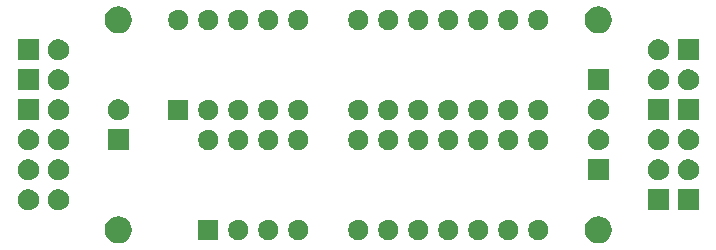
<source format=gbr>
G04 #@! TF.GenerationSoftware,KiCad,Pcbnew,5.1.5-52549c5~84~ubuntu18.04.1*
G04 #@! TF.CreationDate,2020-02-01T12:36:08+09:00*
G04 #@! TF.ProjectId,builtin,6275696c-7469-46e2-9e6b-696361645f70,rev?*
G04 #@! TF.SameCoordinates,Original*
G04 #@! TF.FileFunction,Soldermask,Bot*
G04 #@! TF.FilePolarity,Negative*
%FSLAX46Y46*%
G04 Gerber Fmt 4.6, Leading zero omitted, Abs format (unit mm)*
G04 Created by KiCad (PCBNEW 5.1.5-52549c5~84~ubuntu18.04.1) date 2020-02-01 12:36:08*
%MOMM*%
%LPD*%
G04 APERTURE LIST*
%ADD10C,0.100000*%
G04 APERTURE END LIST*
D10*
G36*
X52294549Y-19191116D02*
G01*
X52405734Y-19213232D01*
X52615203Y-19299997D01*
X52803720Y-19425960D01*
X52964040Y-19586280D01*
X53090003Y-19774797D01*
X53090004Y-19774799D01*
X53176768Y-19984267D01*
X53221000Y-20206635D01*
X53221000Y-20433365D01*
X53176768Y-20655733D01*
X53091131Y-20862481D01*
X53090003Y-20865203D01*
X52964040Y-21053720D01*
X52803720Y-21214040D01*
X52615203Y-21340003D01*
X52405734Y-21426768D01*
X52294549Y-21448884D01*
X52183365Y-21471000D01*
X51956635Y-21471000D01*
X51845451Y-21448884D01*
X51734266Y-21426768D01*
X51524797Y-21340003D01*
X51336280Y-21214040D01*
X51175960Y-21053720D01*
X51049997Y-20865203D01*
X51048870Y-20862481D01*
X50963232Y-20655733D01*
X50919000Y-20433365D01*
X50919000Y-20206635D01*
X50963232Y-19984267D01*
X51049996Y-19774799D01*
X51049997Y-19774797D01*
X51175960Y-19586280D01*
X51336280Y-19425960D01*
X51524797Y-19299997D01*
X51734266Y-19213232D01*
X51845451Y-19191116D01*
X51956635Y-19169000D01*
X52183365Y-19169000D01*
X52294549Y-19191116D01*
G37*
G36*
X11654549Y-19191116D02*
G01*
X11765734Y-19213232D01*
X11975203Y-19299997D01*
X12163720Y-19425960D01*
X12324040Y-19586280D01*
X12450003Y-19774797D01*
X12450004Y-19774799D01*
X12536768Y-19984267D01*
X12581000Y-20206635D01*
X12581000Y-20433365D01*
X12536768Y-20655733D01*
X12451131Y-20862481D01*
X12450003Y-20865203D01*
X12324040Y-21053720D01*
X12163720Y-21214040D01*
X11975203Y-21340003D01*
X11765734Y-21426768D01*
X11654549Y-21448884D01*
X11543365Y-21471000D01*
X11316635Y-21471000D01*
X11205451Y-21448884D01*
X11094266Y-21426768D01*
X10884797Y-21340003D01*
X10696280Y-21214040D01*
X10535960Y-21053720D01*
X10409997Y-20865203D01*
X10408870Y-20862481D01*
X10323232Y-20655733D01*
X10279000Y-20433365D01*
X10279000Y-20206635D01*
X10323232Y-19984267D01*
X10409996Y-19774799D01*
X10409997Y-19774797D01*
X10535960Y-19586280D01*
X10696280Y-19425960D01*
X10884797Y-19299997D01*
X11094266Y-19213232D01*
X11205451Y-19191116D01*
X11316635Y-19169000D01*
X11543365Y-19169000D01*
X11654549Y-19191116D01*
G37*
G36*
X39618228Y-19501703D02*
G01*
X39773100Y-19565853D01*
X39912481Y-19658985D01*
X40031015Y-19777519D01*
X40124147Y-19916900D01*
X40188297Y-20071772D01*
X40221000Y-20236184D01*
X40221000Y-20403816D01*
X40188297Y-20568228D01*
X40124147Y-20723100D01*
X40031015Y-20862481D01*
X39912481Y-20981015D01*
X39773100Y-21074147D01*
X39618228Y-21138297D01*
X39453816Y-21171000D01*
X39286184Y-21171000D01*
X39121772Y-21138297D01*
X38966900Y-21074147D01*
X38827519Y-20981015D01*
X38708985Y-20862481D01*
X38615853Y-20723100D01*
X38551703Y-20568228D01*
X38519000Y-20403816D01*
X38519000Y-20236184D01*
X38551703Y-20071772D01*
X38615853Y-19916900D01*
X38708985Y-19777519D01*
X38827519Y-19658985D01*
X38966900Y-19565853D01*
X39121772Y-19501703D01*
X39286184Y-19469000D01*
X39453816Y-19469000D01*
X39618228Y-19501703D01*
G37*
G36*
X47238228Y-19501703D02*
G01*
X47393100Y-19565853D01*
X47532481Y-19658985D01*
X47651015Y-19777519D01*
X47744147Y-19916900D01*
X47808297Y-20071772D01*
X47841000Y-20236184D01*
X47841000Y-20403816D01*
X47808297Y-20568228D01*
X47744147Y-20723100D01*
X47651015Y-20862481D01*
X47532481Y-20981015D01*
X47393100Y-21074147D01*
X47238228Y-21138297D01*
X47073816Y-21171000D01*
X46906184Y-21171000D01*
X46741772Y-21138297D01*
X46586900Y-21074147D01*
X46447519Y-20981015D01*
X46328985Y-20862481D01*
X46235853Y-20723100D01*
X46171703Y-20568228D01*
X46139000Y-20403816D01*
X46139000Y-20236184D01*
X46171703Y-20071772D01*
X46235853Y-19916900D01*
X46328985Y-19777519D01*
X46447519Y-19658985D01*
X46586900Y-19565853D01*
X46741772Y-19501703D01*
X46906184Y-19469000D01*
X47073816Y-19469000D01*
X47238228Y-19501703D01*
G37*
G36*
X31998228Y-19501703D02*
G01*
X32153100Y-19565853D01*
X32292481Y-19658985D01*
X32411015Y-19777519D01*
X32504147Y-19916900D01*
X32568297Y-20071772D01*
X32601000Y-20236184D01*
X32601000Y-20403816D01*
X32568297Y-20568228D01*
X32504147Y-20723100D01*
X32411015Y-20862481D01*
X32292481Y-20981015D01*
X32153100Y-21074147D01*
X31998228Y-21138297D01*
X31833816Y-21171000D01*
X31666184Y-21171000D01*
X31501772Y-21138297D01*
X31346900Y-21074147D01*
X31207519Y-20981015D01*
X31088985Y-20862481D01*
X30995853Y-20723100D01*
X30931703Y-20568228D01*
X30899000Y-20403816D01*
X30899000Y-20236184D01*
X30931703Y-20071772D01*
X30995853Y-19916900D01*
X31088985Y-19777519D01*
X31207519Y-19658985D01*
X31346900Y-19565853D01*
X31501772Y-19501703D01*
X31666184Y-19469000D01*
X31833816Y-19469000D01*
X31998228Y-19501703D01*
G37*
G36*
X34538228Y-19501703D02*
G01*
X34693100Y-19565853D01*
X34832481Y-19658985D01*
X34951015Y-19777519D01*
X35044147Y-19916900D01*
X35108297Y-20071772D01*
X35141000Y-20236184D01*
X35141000Y-20403816D01*
X35108297Y-20568228D01*
X35044147Y-20723100D01*
X34951015Y-20862481D01*
X34832481Y-20981015D01*
X34693100Y-21074147D01*
X34538228Y-21138297D01*
X34373816Y-21171000D01*
X34206184Y-21171000D01*
X34041772Y-21138297D01*
X33886900Y-21074147D01*
X33747519Y-20981015D01*
X33628985Y-20862481D01*
X33535853Y-20723100D01*
X33471703Y-20568228D01*
X33439000Y-20403816D01*
X33439000Y-20236184D01*
X33471703Y-20071772D01*
X33535853Y-19916900D01*
X33628985Y-19777519D01*
X33747519Y-19658985D01*
X33886900Y-19565853D01*
X34041772Y-19501703D01*
X34206184Y-19469000D01*
X34373816Y-19469000D01*
X34538228Y-19501703D01*
G37*
G36*
X44698228Y-19501703D02*
G01*
X44853100Y-19565853D01*
X44992481Y-19658985D01*
X45111015Y-19777519D01*
X45204147Y-19916900D01*
X45268297Y-20071772D01*
X45301000Y-20236184D01*
X45301000Y-20403816D01*
X45268297Y-20568228D01*
X45204147Y-20723100D01*
X45111015Y-20862481D01*
X44992481Y-20981015D01*
X44853100Y-21074147D01*
X44698228Y-21138297D01*
X44533816Y-21171000D01*
X44366184Y-21171000D01*
X44201772Y-21138297D01*
X44046900Y-21074147D01*
X43907519Y-20981015D01*
X43788985Y-20862481D01*
X43695853Y-20723100D01*
X43631703Y-20568228D01*
X43599000Y-20403816D01*
X43599000Y-20236184D01*
X43631703Y-20071772D01*
X43695853Y-19916900D01*
X43788985Y-19777519D01*
X43907519Y-19658985D01*
X44046900Y-19565853D01*
X44201772Y-19501703D01*
X44366184Y-19469000D01*
X44533816Y-19469000D01*
X44698228Y-19501703D01*
G37*
G36*
X37078228Y-19501703D02*
G01*
X37233100Y-19565853D01*
X37372481Y-19658985D01*
X37491015Y-19777519D01*
X37584147Y-19916900D01*
X37648297Y-20071772D01*
X37681000Y-20236184D01*
X37681000Y-20403816D01*
X37648297Y-20568228D01*
X37584147Y-20723100D01*
X37491015Y-20862481D01*
X37372481Y-20981015D01*
X37233100Y-21074147D01*
X37078228Y-21138297D01*
X36913816Y-21171000D01*
X36746184Y-21171000D01*
X36581772Y-21138297D01*
X36426900Y-21074147D01*
X36287519Y-20981015D01*
X36168985Y-20862481D01*
X36075853Y-20723100D01*
X36011703Y-20568228D01*
X35979000Y-20403816D01*
X35979000Y-20236184D01*
X36011703Y-20071772D01*
X36075853Y-19916900D01*
X36168985Y-19777519D01*
X36287519Y-19658985D01*
X36426900Y-19565853D01*
X36581772Y-19501703D01*
X36746184Y-19469000D01*
X36913816Y-19469000D01*
X37078228Y-19501703D01*
G37*
G36*
X42158228Y-19501703D02*
G01*
X42313100Y-19565853D01*
X42452481Y-19658985D01*
X42571015Y-19777519D01*
X42664147Y-19916900D01*
X42728297Y-20071772D01*
X42761000Y-20236184D01*
X42761000Y-20403816D01*
X42728297Y-20568228D01*
X42664147Y-20723100D01*
X42571015Y-20862481D01*
X42452481Y-20981015D01*
X42313100Y-21074147D01*
X42158228Y-21138297D01*
X41993816Y-21171000D01*
X41826184Y-21171000D01*
X41661772Y-21138297D01*
X41506900Y-21074147D01*
X41367519Y-20981015D01*
X41248985Y-20862481D01*
X41155853Y-20723100D01*
X41091703Y-20568228D01*
X41059000Y-20403816D01*
X41059000Y-20236184D01*
X41091703Y-20071772D01*
X41155853Y-19916900D01*
X41248985Y-19777519D01*
X41367519Y-19658985D01*
X41506900Y-19565853D01*
X41661772Y-19501703D01*
X41826184Y-19469000D01*
X41993816Y-19469000D01*
X42158228Y-19501703D01*
G37*
G36*
X19901000Y-21171000D02*
G01*
X18199000Y-21171000D01*
X18199000Y-19469000D01*
X19901000Y-19469000D01*
X19901000Y-21171000D01*
G37*
G36*
X21838228Y-19501703D02*
G01*
X21993100Y-19565853D01*
X22132481Y-19658985D01*
X22251015Y-19777519D01*
X22344147Y-19916900D01*
X22408297Y-20071772D01*
X22441000Y-20236184D01*
X22441000Y-20403816D01*
X22408297Y-20568228D01*
X22344147Y-20723100D01*
X22251015Y-20862481D01*
X22132481Y-20981015D01*
X21993100Y-21074147D01*
X21838228Y-21138297D01*
X21673816Y-21171000D01*
X21506184Y-21171000D01*
X21341772Y-21138297D01*
X21186900Y-21074147D01*
X21047519Y-20981015D01*
X20928985Y-20862481D01*
X20835853Y-20723100D01*
X20771703Y-20568228D01*
X20739000Y-20403816D01*
X20739000Y-20236184D01*
X20771703Y-20071772D01*
X20835853Y-19916900D01*
X20928985Y-19777519D01*
X21047519Y-19658985D01*
X21186900Y-19565853D01*
X21341772Y-19501703D01*
X21506184Y-19469000D01*
X21673816Y-19469000D01*
X21838228Y-19501703D01*
G37*
G36*
X24378228Y-19501703D02*
G01*
X24533100Y-19565853D01*
X24672481Y-19658985D01*
X24791015Y-19777519D01*
X24884147Y-19916900D01*
X24948297Y-20071772D01*
X24981000Y-20236184D01*
X24981000Y-20403816D01*
X24948297Y-20568228D01*
X24884147Y-20723100D01*
X24791015Y-20862481D01*
X24672481Y-20981015D01*
X24533100Y-21074147D01*
X24378228Y-21138297D01*
X24213816Y-21171000D01*
X24046184Y-21171000D01*
X23881772Y-21138297D01*
X23726900Y-21074147D01*
X23587519Y-20981015D01*
X23468985Y-20862481D01*
X23375853Y-20723100D01*
X23311703Y-20568228D01*
X23279000Y-20403816D01*
X23279000Y-20236184D01*
X23311703Y-20071772D01*
X23375853Y-19916900D01*
X23468985Y-19777519D01*
X23587519Y-19658985D01*
X23726900Y-19565853D01*
X23881772Y-19501703D01*
X24046184Y-19469000D01*
X24213816Y-19469000D01*
X24378228Y-19501703D01*
G37*
G36*
X26918228Y-19501703D02*
G01*
X27073100Y-19565853D01*
X27212481Y-19658985D01*
X27331015Y-19777519D01*
X27424147Y-19916900D01*
X27488297Y-20071772D01*
X27521000Y-20236184D01*
X27521000Y-20403816D01*
X27488297Y-20568228D01*
X27424147Y-20723100D01*
X27331015Y-20862481D01*
X27212481Y-20981015D01*
X27073100Y-21074147D01*
X26918228Y-21138297D01*
X26753816Y-21171000D01*
X26586184Y-21171000D01*
X26421772Y-21138297D01*
X26266900Y-21074147D01*
X26127519Y-20981015D01*
X26008985Y-20862481D01*
X25915853Y-20723100D01*
X25851703Y-20568228D01*
X25819000Y-20403816D01*
X25819000Y-20236184D01*
X25851703Y-20071772D01*
X25915853Y-19916900D01*
X26008985Y-19777519D01*
X26127519Y-19658985D01*
X26266900Y-19565853D01*
X26421772Y-19501703D01*
X26586184Y-19469000D01*
X26753816Y-19469000D01*
X26918228Y-19501703D01*
G37*
G36*
X3923512Y-16883927D02*
G01*
X4072812Y-16913624D01*
X4236784Y-16981544D01*
X4384354Y-17080147D01*
X4509853Y-17205646D01*
X4608456Y-17353216D01*
X4676376Y-17517188D01*
X4711000Y-17691259D01*
X4711000Y-17868741D01*
X4676376Y-18042812D01*
X4608456Y-18206784D01*
X4509853Y-18354354D01*
X4384354Y-18479853D01*
X4236784Y-18578456D01*
X4072812Y-18646376D01*
X3923512Y-18676073D01*
X3898742Y-18681000D01*
X3721258Y-18681000D01*
X3696488Y-18676073D01*
X3547188Y-18646376D01*
X3383216Y-18578456D01*
X3235646Y-18479853D01*
X3110147Y-18354354D01*
X3011544Y-18206784D01*
X2943624Y-18042812D01*
X2909000Y-17868741D01*
X2909000Y-17691259D01*
X2943624Y-17517188D01*
X3011544Y-17353216D01*
X3110147Y-17205646D01*
X3235646Y-17080147D01*
X3383216Y-16981544D01*
X3547188Y-16913624D01*
X3696488Y-16883927D01*
X3721258Y-16879000D01*
X3898742Y-16879000D01*
X3923512Y-16883927D01*
G37*
G36*
X6463512Y-16883927D02*
G01*
X6612812Y-16913624D01*
X6776784Y-16981544D01*
X6924354Y-17080147D01*
X7049853Y-17205646D01*
X7148456Y-17353216D01*
X7216376Y-17517188D01*
X7251000Y-17691259D01*
X7251000Y-17868741D01*
X7216376Y-18042812D01*
X7148456Y-18206784D01*
X7049853Y-18354354D01*
X6924354Y-18479853D01*
X6776784Y-18578456D01*
X6612812Y-18646376D01*
X6463512Y-18676073D01*
X6438742Y-18681000D01*
X6261258Y-18681000D01*
X6236488Y-18676073D01*
X6087188Y-18646376D01*
X5923216Y-18578456D01*
X5775646Y-18479853D01*
X5650147Y-18354354D01*
X5551544Y-18206784D01*
X5483624Y-18042812D01*
X5449000Y-17868741D01*
X5449000Y-17691259D01*
X5483624Y-17517188D01*
X5551544Y-17353216D01*
X5650147Y-17205646D01*
X5775646Y-17080147D01*
X5923216Y-16981544D01*
X6087188Y-16913624D01*
X6236488Y-16883927D01*
X6261258Y-16879000D01*
X6438742Y-16879000D01*
X6463512Y-16883927D01*
G37*
G36*
X60591000Y-18681000D02*
G01*
X58789000Y-18681000D01*
X58789000Y-16879000D01*
X60591000Y-16879000D01*
X60591000Y-18681000D01*
G37*
G36*
X58051000Y-18681000D02*
G01*
X56249000Y-18681000D01*
X56249000Y-16879000D01*
X58051000Y-16879000D01*
X58051000Y-18681000D01*
G37*
G36*
X52971000Y-16141000D02*
G01*
X51169000Y-16141000D01*
X51169000Y-14339000D01*
X52971000Y-14339000D01*
X52971000Y-16141000D01*
G37*
G36*
X57263512Y-14343927D02*
G01*
X57412812Y-14373624D01*
X57576784Y-14441544D01*
X57724354Y-14540147D01*
X57849853Y-14665646D01*
X57948456Y-14813216D01*
X58016376Y-14977188D01*
X58051000Y-15151259D01*
X58051000Y-15328741D01*
X58016376Y-15502812D01*
X57948456Y-15666784D01*
X57849853Y-15814354D01*
X57724354Y-15939853D01*
X57576784Y-16038456D01*
X57412812Y-16106376D01*
X57263512Y-16136073D01*
X57238742Y-16141000D01*
X57061258Y-16141000D01*
X57036488Y-16136073D01*
X56887188Y-16106376D01*
X56723216Y-16038456D01*
X56575646Y-15939853D01*
X56450147Y-15814354D01*
X56351544Y-15666784D01*
X56283624Y-15502812D01*
X56249000Y-15328741D01*
X56249000Y-15151259D01*
X56283624Y-14977188D01*
X56351544Y-14813216D01*
X56450147Y-14665646D01*
X56575646Y-14540147D01*
X56723216Y-14441544D01*
X56887188Y-14373624D01*
X57036488Y-14343927D01*
X57061258Y-14339000D01*
X57238742Y-14339000D01*
X57263512Y-14343927D01*
G37*
G36*
X59803512Y-14343927D02*
G01*
X59952812Y-14373624D01*
X60116784Y-14441544D01*
X60264354Y-14540147D01*
X60389853Y-14665646D01*
X60488456Y-14813216D01*
X60556376Y-14977188D01*
X60591000Y-15151259D01*
X60591000Y-15328741D01*
X60556376Y-15502812D01*
X60488456Y-15666784D01*
X60389853Y-15814354D01*
X60264354Y-15939853D01*
X60116784Y-16038456D01*
X59952812Y-16106376D01*
X59803512Y-16136073D01*
X59778742Y-16141000D01*
X59601258Y-16141000D01*
X59576488Y-16136073D01*
X59427188Y-16106376D01*
X59263216Y-16038456D01*
X59115646Y-15939853D01*
X58990147Y-15814354D01*
X58891544Y-15666784D01*
X58823624Y-15502812D01*
X58789000Y-15328741D01*
X58789000Y-15151259D01*
X58823624Y-14977188D01*
X58891544Y-14813216D01*
X58990147Y-14665646D01*
X59115646Y-14540147D01*
X59263216Y-14441544D01*
X59427188Y-14373624D01*
X59576488Y-14343927D01*
X59601258Y-14339000D01*
X59778742Y-14339000D01*
X59803512Y-14343927D01*
G37*
G36*
X6463512Y-14343927D02*
G01*
X6612812Y-14373624D01*
X6776784Y-14441544D01*
X6924354Y-14540147D01*
X7049853Y-14665646D01*
X7148456Y-14813216D01*
X7216376Y-14977188D01*
X7251000Y-15151259D01*
X7251000Y-15328741D01*
X7216376Y-15502812D01*
X7148456Y-15666784D01*
X7049853Y-15814354D01*
X6924354Y-15939853D01*
X6776784Y-16038456D01*
X6612812Y-16106376D01*
X6463512Y-16136073D01*
X6438742Y-16141000D01*
X6261258Y-16141000D01*
X6236488Y-16136073D01*
X6087188Y-16106376D01*
X5923216Y-16038456D01*
X5775646Y-15939853D01*
X5650147Y-15814354D01*
X5551544Y-15666784D01*
X5483624Y-15502812D01*
X5449000Y-15328741D01*
X5449000Y-15151259D01*
X5483624Y-14977188D01*
X5551544Y-14813216D01*
X5650147Y-14665646D01*
X5775646Y-14540147D01*
X5923216Y-14441544D01*
X6087188Y-14373624D01*
X6236488Y-14343927D01*
X6261258Y-14339000D01*
X6438742Y-14339000D01*
X6463512Y-14343927D01*
G37*
G36*
X3923512Y-14343927D02*
G01*
X4072812Y-14373624D01*
X4236784Y-14441544D01*
X4384354Y-14540147D01*
X4509853Y-14665646D01*
X4608456Y-14813216D01*
X4676376Y-14977188D01*
X4711000Y-15151259D01*
X4711000Y-15328741D01*
X4676376Y-15502812D01*
X4608456Y-15666784D01*
X4509853Y-15814354D01*
X4384354Y-15939853D01*
X4236784Y-16038456D01*
X4072812Y-16106376D01*
X3923512Y-16136073D01*
X3898742Y-16141000D01*
X3721258Y-16141000D01*
X3696488Y-16136073D01*
X3547188Y-16106376D01*
X3383216Y-16038456D01*
X3235646Y-15939853D01*
X3110147Y-15814354D01*
X3011544Y-15666784D01*
X2943624Y-15502812D01*
X2909000Y-15328741D01*
X2909000Y-15151259D01*
X2943624Y-14977188D01*
X3011544Y-14813216D01*
X3110147Y-14665646D01*
X3235646Y-14540147D01*
X3383216Y-14441544D01*
X3547188Y-14373624D01*
X3696488Y-14343927D01*
X3721258Y-14339000D01*
X3898742Y-14339000D01*
X3923512Y-14343927D01*
G37*
G36*
X59803512Y-11803927D02*
G01*
X59952812Y-11833624D01*
X60116784Y-11901544D01*
X60264354Y-12000147D01*
X60389853Y-12125646D01*
X60488456Y-12273216D01*
X60556376Y-12437188D01*
X60591000Y-12611259D01*
X60591000Y-12788741D01*
X60556376Y-12962812D01*
X60488456Y-13126784D01*
X60389853Y-13274354D01*
X60264354Y-13399853D01*
X60116784Y-13498456D01*
X59952812Y-13566376D01*
X59803512Y-13596073D01*
X59778742Y-13601000D01*
X59601258Y-13601000D01*
X59576488Y-13596073D01*
X59427188Y-13566376D01*
X59263216Y-13498456D01*
X59115646Y-13399853D01*
X58990147Y-13274354D01*
X58891544Y-13126784D01*
X58823624Y-12962812D01*
X58789000Y-12788741D01*
X58789000Y-12611259D01*
X58823624Y-12437188D01*
X58891544Y-12273216D01*
X58990147Y-12125646D01*
X59115646Y-12000147D01*
X59263216Y-11901544D01*
X59427188Y-11833624D01*
X59576488Y-11803927D01*
X59601258Y-11799000D01*
X59778742Y-11799000D01*
X59803512Y-11803927D01*
G37*
G36*
X6463512Y-11803927D02*
G01*
X6612812Y-11833624D01*
X6776784Y-11901544D01*
X6924354Y-12000147D01*
X7049853Y-12125646D01*
X7148456Y-12273216D01*
X7216376Y-12437188D01*
X7251000Y-12611259D01*
X7251000Y-12788741D01*
X7216376Y-12962812D01*
X7148456Y-13126784D01*
X7049853Y-13274354D01*
X6924354Y-13399853D01*
X6776784Y-13498456D01*
X6612812Y-13566376D01*
X6463512Y-13596073D01*
X6438742Y-13601000D01*
X6261258Y-13601000D01*
X6236488Y-13596073D01*
X6087188Y-13566376D01*
X5923216Y-13498456D01*
X5775646Y-13399853D01*
X5650147Y-13274354D01*
X5551544Y-13126784D01*
X5483624Y-12962812D01*
X5449000Y-12788741D01*
X5449000Y-12611259D01*
X5483624Y-12437188D01*
X5551544Y-12273216D01*
X5650147Y-12125646D01*
X5775646Y-12000147D01*
X5923216Y-11901544D01*
X6087188Y-11833624D01*
X6236488Y-11803927D01*
X6261258Y-11799000D01*
X6438742Y-11799000D01*
X6463512Y-11803927D01*
G37*
G36*
X57263512Y-11803927D02*
G01*
X57412812Y-11833624D01*
X57576784Y-11901544D01*
X57724354Y-12000147D01*
X57849853Y-12125646D01*
X57948456Y-12273216D01*
X58016376Y-12437188D01*
X58051000Y-12611259D01*
X58051000Y-12788741D01*
X58016376Y-12962812D01*
X57948456Y-13126784D01*
X57849853Y-13274354D01*
X57724354Y-13399853D01*
X57576784Y-13498456D01*
X57412812Y-13566376D01*
X57263512Y-13596073D01*
X57238742Y-13601000D01*
X57061258Y-13601000D01*
X57036488Y-13596073D01*
X56887188Y-13566376D01*
X56723216Y-13498456D01*
X56575646Y-13399853D01*
X56450147Y-13274354D01*
X56351544Y-13126784D01*
X56283624Y-12962812D01*
X56249000Y-12788741D01*
X56249000Y-12611259D01*
X56283624Y-12437188D01*
X56351544Y-12273216D01*
X56450147Y-12125646D01*
X56575646Y-12000147D01*
X56723216Y-11901544D01*
X56887188Y-11833624D01*
X57036488Y-11803927D01*
X57061258Y-11799000D01*
X57238742Y-11799000D01*
X57263512Y-11803927D01*
G37*
G36*
X3923512Y-11803927D02*
G01*
X4072812Y-11833624D01*
X4236784Y-11901544D01*
X4384354Y-12000147D01*
X4509853Y-12125646D01*
X4608456Y-12273216D01*
X4676376Y-12437188D01*
X4711000Y-12611259D01*
X4711000Y-12788741D01*
X4676376Y-12962812D01*
X4608456Y-13126784D01*
X4509853Y-13274354D01*
X4384354Y-13399853D01*
X4236784Y-13498456D01*
X4072812Y-13566376D01*
X3923512Y-13596073D01*
X3898742Y-13601000D01*
X3721258Y-13601000D01*
X3696488Y-13596073D01*
X3547188Y-13566376D01*
X3383216Y-13498456D01*
X3235646Y-13399853D01*
X3110147Y-13274354D01*
X3011544Y-13126784D01*
X2943624Y-12962812D01*
X2909000Y-12788741D01*
X2909000Y-12611259D01*
X2943624Y-12437188D01*
X3011544Y-12273216D01*
X3110147Y-12125646D01*
X3235646Y-12000147D01*
X3383216Y-11901544D01*
X3547188Y-11833624D01*
X3696488Y-11803927D01*
X3721258Y-11799000D01*
X3898742Y-11799000D01*
X3923512Y-11803927D01*
G37*
G36*
X52183512Y-11803927D02*
G01*
X52332812Y-11833624D01*
X52496784Y-11901544D01*
X52644354Y-12000147D01*
X52769853Y-12125646D01*
X52868456Y-12273216D01*
X52936376Y-12437188D01*
X52971000Y-12611259D01*
X52971000Y-12788741D01*
X52936376Y-12962812D01*
X52868456Y-13126784D01*
X52769853Y-13274354D01*
X52644354Y-13399853D01*
X52496784Y-13498456D01*
X52332812Y-13566376D01*
X52183512Y-13596073D01*
X52158742Y-13601000D01*
X51981258Y-13601000D01*
X51956488Y-13596073D01*
X51807188Y-13566376D01*
X51643216Y-13498456D01*
X51495646Y-13399853D01*
X51370147Y-13274354D01*
X51271544Y-13126784D01*
X51203624Y-12962812D01*
X51169000Y-12788741D01*
X51169000Y-12611259D01*
X51203624Y-12437188D01*
X51271544Y-12273216D01*
X51370147Y-12125646D01*
X51495646Y-12000147D01*
X51643216Y-11901544D01*
X51807188Y-11833624D01*
X51956488Y-11803927D01*
X51981258Y-11799000D01*
X52158742Y-11799000D01*
X52183512Y-11803927D01*
G37*
G36*
X12331000Y-13601000D02*
G01*
X10529000Y-13601000D01*
X10529000Y-11799000D01*
X12331000Y-11799000D01*
X12331000Y-13601000D01*
G37*
G36*
X26918228Y-11881703D02*
G01*
X27073100Y-11945853D01*
X27212481Y-12038985D01*
X27331015Y-12157519D01*
X27424147Y-12296900D01*
X27488297Y-12451772D01*
X27521000Y-12616184D01*
X27521000Y-12783816D01*
X27488297Y-12948228D01*
X27424147Y-13103100D01*
X27331015Y-13242481D01*
X27212481Y-13361015D01*
X27073100Y-13454147D01*
X26918228Y-13518297D01*
X26753816Y-13551000D01*
X26586184Y-13551000D01*
X26421772Y-13518297D01*
X26266900Y-13454147D01*
X26127519Y-13361015D01*
X26008985Y-13242481D01*
X25915853Y-13103100D01*
X25851703Y-12948228D01*
X25819000Y-12783816D01*
X25819000Y-12616184D01*
X25851703Y-12451772D01*
X25915853Y-12296900D01*
X26008985Y-12157519D01*
X26127519Y-12038985D01*
X26266900Y-11945853D01*
X26421772Y-11881703D01*
X26586184Y-11849000D01*
X26753816Y-11849000D01*
X26918228Y-11881703D01*
G37*
G36*
X21838228Y-11881703D02*
G01*
X21993100Y-11945853D01*
X22132481Y-12038985D01*
X22251015Y-12157519D01*
X22344147Y-12296900D01*
X22408297Y-12451772D01*
X22441000Y-12616184D01*
X22441000Y-12783816D01*
X22408297Y-12948228D01*
X22344147Y-13103100D01*
X22251015Y-13242481D01*
X22132481Y-13361015D01*
X21993100Y-13454147D01*
X21838228Y-13518297D01*
X21673816Y-13551000D01*
X21506184Y-13551000D01*
X21341772Y-13518297D01*
X21186900Y-13454147D01*
X21047519Y-13361015D01*
X20928985Y-13242481D01*
X20835853Y-13103100D01*
X20771703Y-12948228D01*
X20739000Y-12783816D01*
X20739000Y-12616184D01*
X20771703Y-12451772D01*
X20835853Y-12296900D01*
X20928985Y-12157519D01*
X21047519Y-12038985D01*
X21186900Y-11945853D01*
X21341772Y-11881703D01*
X21506184Y-11849000D01*
X21673816Y-11849000D01*
X21838228Y-11881703D01*
G37*
G36*
X19298228Y-11881703D02*
G01*
X19453100Y-11945853D01*
X19592481Y-12038985D01*
X19711015Y-12157519D01*
X19804147Y-12296900D01*
X19868297Y-12451772D01*
X19901000Y-12616184D01*
X19901000Y-12783816D01*
X19868297Y-12948228D01*
X19804147Y-13103100D01*
X19711015Y-13242481D01*
X19592481Y-13361015D01*
X19453100Y-13454147D01*
X19298228Y-13518297D01*
X19133816Y-13551000D01*
X18966184Y-13551000D01*
X18801772Y-13518297D01*
X18646900Y-13454147D01*
X18507519Y-13361015D01*
X18388985Y-13242481D01*
X18295853Y-13103100D01*
X18231703Y-12948228D01*
X18199000Y-12783816D01*
X18199000Y-12616184D01*
X18231703Y-12451772D01*
X18295853Y-12296900D01*
X18388985Y-12157519D01*
X18507519Y-12038985D01*
X18646900Y-11945853D01*
X18801772Y-11881703D01*
X18966184Y-11849000D01*
X19133816Y-11849000D01*
X19298228Y-11881703D01*
G37*
G36*
X31998228Y-11881703D02*
G01*
X32153100Y-11945853D01*
X32292481Y-12038985D01*
X32411015Y-12157519D01*
X32504147Y-12296900D01*
X32568297Y-12451772D01*
X32601000Y-12616184D01*
X32601000Y-12783816D01*
X32568297Y-12948228D01*
X32504147Y-13103100D01*
X32411015Y-13242481D01*
X32292481Y-13361015D01*
X32153100Y-13454147D01*
X31998228Y-13518297D01*
X31833816Y-13551000D01*
X31666184Y-13551000D01*
X31501772Y-13518297D01*
X31346900Y-13454147D01*
X31207519Y-13361015D01*
X31088985Y-13242481D01*
X30995853Y-13103100D01*
X30931703Y-12948228D01*
X30899000Y-12783816D01*
X30899000Y-12616184D01*
X30931703Y-12451772D01*
X30995853Y-12296900D01*
X31088985Y-12157519D01*
X31207519Y-12038985D01*
X31346900Y-11945853D01*
X31501772Y-11881703D01*
X31666184Y-11849000D01*
X31833816Y-11849000D01*
X31998228Y-11881703D01*
G37*
G36*
X34538228Y-11881703D02*
G01*
X34693100Y-11945853D01*
X34832481Y-12038985D01*
X34951015Y-12157519D01*
X35044147Y-12296900D01*
X35108297Y-12451772D01*
X35141000Y-12616184D01*
X35141000Y-12783816D01*
X35108297Y-12948228D01*
X35044147Y-13103100D01*
X34951015Y-13242481D01*
X34832481Y-13361015D01*
X34693100Y-13454147D01*
X34538228Y-13518297D01*
X34373816Y-13551000D01*
X34206184Y-13551000D01*
X34041772Y-13518297D01*
X33886900Y-13454147D01*
X33747519Y-13361015D01*
X33628985Y-13242481D01*
X33535853Y-13103100D01*
X33471703Y-12948228D01*
X33439000Y-12783816D01*
X33439000Y-12616184D01*
X33471703Y-12451772D01*
X33535853Y-12296900D01*
X33628985Y-12157519D01*
X33747519Y-12038985D01*
X33886900Y-11945853D01*
X34041772Y-11881703D01*
X34206184Y-11849000D01*
X34373816Y-11849000D01*
X34538228Y-11881703D01*
G37*
G36*
X39618228Y-11881703D02*
G01*
X39773100Y-11945853D01*
X39912481Y-12038985D01*
X40031015Y-12157519D01*
X40124147Y-12296900D01*
X40188297Y-12451772D01*
X40221000Y-12616184D01*
X40221000Y-12783816D01*
X40188297Y-12948228D01*
X40124147Y-13103100D01*
X40031015Y-13242481D01*
X39912481Y-13361015D01*
X39773100Y-13454147D01*
X39618228Y-13518297D01*
X39453816Y-13551000D01*
X39286184Y-13551000D01*
X39121772Y-13518297D01*
X38966900Y-13454147D01*
X38827519Y-13361015D01*
X38708985Y-13242481D01*
X38615853Y-13103100D01*
X38551703Y-12948228D01*
X38519000Y-12783816D01*
X38519000Y-12616184D01*
X38551703Y-12451772D01*
X38615853Y-12296900D01*
X38708985Y-12157519D01*
X38827519Y-12038985D01*
X38966900Y-11945853D01*
X39121772Y-11881703D01*
X39286184Y-11849000D01*
X39453816Y-11849000D01*
X39618228Y-11881703D01*
G37*
G36*
X44698228Y-11881703D02*
G01*
X44853100Y-11945853D01*
X44992481Y-12038985D01*
X45111015Y-12157519D01*
X45204147Y-12296900D01*
X45268297Y-12451772D01*
X45301000Y-12616184D01*
X45301000Y-12783816D01*
X45268297Y-12948228D01*
X45204147Y-13103100D01*
X45111015Y-13242481D01*
X44992481Y-13361015D01*
X44853100Y-13454147D01*
X44698228Y-13518297D01*
X44533816Y-13551000D01*
X44366184Y-13551000D01*
X44201772Y-13518297D01*
X44046900Y-13454147D01*
X43907519Y-13361015D01*
X43788985Y-13242481D01*
X43695853Y-13103100D01*
X43631703Y-12948228D01*
X43599000Y-12783816D01*
X43599000Y-12616184D01*
X43631703Y-12451772D01*
X43695853Y-12296900D01*
X43788985Y-12157519D01*
X43907519Y-12038985D01*
X44046900Y-11945853D01*
X44201772Y-11881703D01*
X44366184Y-11849000D01*
X44533816Y-11849000D01*
X44698228Y-11881703D01*
G37*
G36*
X37078228Y-11881703D02*
G01*
X37233100Y-11945853D01*
X37372481Y-12038985D01*
X37491015Y-12157519D01*
X37584147Y-12296900D01*
X37648297Y-12451772D01*
X37681000Y-12616184D01*
X37681000Y-12783816D01*
X37648297Y-12948228D01*
X37584147Y-13103100D01*
X37491015Y-13242481D01*
X37372481Y-13361015D01*
X37233100Y-13454147D01*
X37078228Y-13518297D01*
X36913816Y-13551000D01*
X36746184Y-13551000D01*
X36581772Y-13518297D01*
X36426900Y-13454147D01*
X36287519Y-13361015D01*
X36168985Y-13242481D01*
X36075853Y-13103100D01*
X36011703Y-12948228D01*
X35979000Y-12783816D01*
X35979000Y-12616184D01*
X36011703Y-12451772D01*
X36075853Y-12296900D01*
X36168985Y-12157519D01*
X36287519Y-12038985D01*
X36426900Y-11945853D01*
X36581772Y-11881703D01*
X36746184Y-11849000D01*
X36913816Y-11849000D01*
X37078228Y-11881703D01*
G37*
G36*
X42158228Y-11881703D02*
G01*
X42313100Y-11945853D01*
X42452481Y-12038985D01*
X42571015Y-12157519D01*
X42664147Y-12296900D01*
X42728297Y-12451772D01*
X42761000Y-12616184D01*
X42761000Y-12783816D01*
X42728297Y-12948228D01*
X42664147Y-13103100D01*
X42571015Y-13242481D01*
X42452481Y-13361015D01*
X42313100Y-13454147D01*
X42158228Y-13518297D01*
X41993816Y-13551000D01*
X41826184Y-13551000D01*
X41661772Y-13518297D01*
X41506900Y-13454147D01*
X41367519Y-13361015D01*
X41248985Y-13242481D01*
X41155853Y-13103100D01*
X41091703Y-12948228D01*
X41059000Y-12783816D01*
X41059000Y-12616184D01*
X41091703Y-12451772D01*
X41155853Y-12296900D01*
X41248985Y-12157519D01*
X41367519Y-12038985D01*
X41506900Y-11945853D01*
X41661772Y-11881703D01*
X41826184Y-11849000D01*
X41993816Y-11849000D01*
X42158228Y-11881703D01*
G37*
G36*
X24378228Y-11881703D02*
G01*
X24533100Y-11945853D01*
X24672481Y-12038985D01*
X24791015Y-12157519D01*
X24884147Y-12296900D01*
X24948297Y-12451772D01*
X24981000Y-12616184D01*
X24981000Y-12783816D01*
X24948297Y-12948228D01*
X24884147Y-13103100D01*
X24791015Y-13242481D01*
X24672481Y-13361015D01*
X24533100Y-13454147D01*
X24378228Y-13518297D01*
X24213816Y-13551000D01*
X24046184Y-13551000D01*
X23881772Y-13518297D01*
X23726900Y-13454147D01*
X23587519Y-13361015D01*
X23468985Y-13242481D01*
X23375853Y-13103100D01*
X23311703Y-12948228D01*
X23279000Y-12783816D01*
X23279000Y-12616184D01*
X23311703Y-12451772D01*
X23375853Y-12296900D01*
X23468985Y-12157519D01*
X23587519Y-12038985D01*
X23726900Y-11945853D01*
X23881772Y-11881703D01*
X24046184Y-11849000D01*
X24213816Y-11849000D01*
X24378228Y-11881703D01*
G37*
G36*
X47238228Y-11881703D02*
G01*
X47393100Y-11945853D01*
X47532481Y-12038985D01*
X47651015Y-12157519D01*
X47744147Y-12296900D01*
X47808297Y-12451772D01*
X47841000Y-12616184D01*
X47841000Y-12783816D01*
X47808297Y-12948228D01*
X47744147Y-13103100D01*
X47651015Y-13242481D01*
X47532481Y-13361015D01*
X47393100Y-13454147D01*
X47238228Y-13518297D01*
X47073816Y-13551000D01*
X46906184Y-13551000D01*
X46741772Y-13518297D01*
X46586900Y-13454147D01*
X46447519Y-13361015D01*
X46328985Y-13242481D01*
X46235853Y-13103100D01*
X46171703Y-12948228D01*
X46139000Y-12783816D01*
X46139000Y-12616184D01*
X46171703Y-12451772D01*
X46235853Y-12296900D01*
X46328985Y-12157519D01*
X46447519Y-12038985D01*
X46586900Y-11945853D01*
X46741772Y-11881703D01*
X46906184Y-11849000D01*
X47073816Y-11849000D01*
X47238228Y-11881703D01*
G37*
G36*
X58051000Y-11061000D02*
G01*
X56249000Y-11061000D01*
X56249000Y-9259000D01*
X58051000Y-9259000D01*
X58051000Y-11061000D01*
G37*
G36*
X52183512Y-9263927D02*
G01*
X52332812Y-9293624D01*
X52496784Y-9361544D01*
X52644354Y-9460147D01*
X52769853Y-9585646D01*
X52868456Y-9733216D01*
X52936376Y-9897188D01*
X52971000Y-10071259D01*
X52971000Y-10248741D01*
X52936376Y-10422812D01*
X52868456Y-10586784D01*
X52769853Y-10734354D01*
X52644354Y-10859853D01*
X52496784Y-10958456D01*
X52332812Y-11026376D01*
X52183512Y-11056073D01*
X52158742Y-11061000D01*
X51981258Y-11061000D01*
X51956488Y-11056073D01*
X51807188Y-11026376D01*
X51643216Y-10958456D01*
X51495646Y-10859853D01*
X51370147Y-10734354D01*
X51271544Y-10586784D01*
X51203624Y-10422812D01*
X51169000Y-10248741D01*
X51169000Y-10071259D01*
X51203624Y-9897188D01*
X51271544Y-9733216D01*
X51370147Y-9585646D01*
X51495646Y-9460147D01*
X51643216Y-9361544D01*
X51807188Y-9293624D01*
X51956488Y-9263927D01*
X51981258Y-9259000D01*
X52158742Y-9259000D01*
X52183512Y-9263927D01*
G37*
G36*
X4711000Y-11061000D02*
G01*
X2909000Y-11061000D01*
X2909000Y-9259000D01*
X4711000Y-9259000D01*
X4711000Y-11061000D01*
G37*
G36*
X11543512Y-9263927D02*
G01*
X11692812Y-9293624D01*
X11856784Y-9361544D01*
X12004354Y-9460147D01*
X12129853Y-9585646D01*
X12228456Y-9733216D01*
X12296376Y-9897188D01*
X12331000Y-10071259D01*
X12331000Y-10248741D01*
X12296376Y-10422812D01*
X12228456Y-10586784D01*
X12129853Y-10734354D01*
X12004354Y-10859853D01*
X11856784Y-10958456D01*
X11692812Y-11026376D01*
X11543512Y-11056073D01*
X11518742Y-11061000D01*
X11341258Y-11061000D01*
X11316488Y-11056073D01*
X11167188Y-11026376D01*
X11003216Y-10958456D01*
X10855646Y-10859853D01*
X10730147Y-10734354D01*
X10631544Y-10586784D01*
X10563624Y-10422812D01*
X10529000Y-10248741D01*
X10529000Y-10071259D01*
X10563624Y-9897188D01*
X10631544Y-9733216D01*
X10730147Y-9585646D01*
X10855646Y-9460147D01*
X11003216Y-9361544D01*
X11167188Y-9293624D01*
X11316488Y-9263927D01*
X11341258Y-9259000D01*
X11518742Y-9259000D01*
X11543512Y-9263927D01*
G37*
G36*
X60591000Y-11061000D02*
G01*
X58789000Y-11061000D01*
X58789000Y-9259000D01*
X60591000Y-9259000D01*
X60591000Y-11061000D01*
G37*
G36*
X6463512Y-9263927D02*
G01*
X6612812Y-9293624D01*
X6776784Y-9361544D01*
X6924354Y-9460147D01*
X7049853Y-9585646D01*
X7148456Y-9733216D01*
X7216376Y-9897188D01*
X7251000Y-10071259D01*
X7251000Y-10248741D01*
X7216376Y-10422812D01*
X7148456Y-10586784D01*
X7049853Y-10734354D01*
X6924354Y-10859853D01*
X6776784Y-10958456D01*
X6612812Y-11026376D01*
X6463512Y-11056073D01*
X6438742Y-11061000D01*
X6261258Y-11061000D01*
X6236488Y-11056073D01*
X6087188Y-11026376D01*
X5923216Y-10958456D01*
X5775646Y-10859853D01*
X5650147Y-10734354D01*
X5551544Y-10586784D01*
X5483624Y-10422812D01*
X5449000Y-10248741D01*
X5449000Y-10071259D01*
X5483624Y-9897188D01*
X5551544Y-9733216D01*
X5650147Y-9585646D01*
X5775646Y-9460147D01*
X5923216Y-9361544D01*
X6087188Y-9293624D01*
X6236488Y-9263927D01*
X6261258Y-9259000D01*
X6438742Y-9259000D01*
X6463512Y-9263927D01*
G37*
G36*
X24378228Y-9341703D02*
G01*
X24533100Y-9405853D01*
X24672481Y-9498985D01*
X24791015Y-9617519D01*
X24884147Y-9756900D01*
X24948297Y-9911772D01*
X24981000Y-10076184D01*
X24981000Y-10243816D01*
X24948297Y-10408228D01*
X24884147Y-10563100D01*
X24791015Y-10702481D01*
X24672481Y-10821015D01*
X24533100Y-10914147D01*
X24378228Y-10978297D01*
X24213816Y-11011000D01*
X24046184Y-11011000D01*
X23881772Y-10978297D01*
X23726900Y-10914147D01*
X23587519Y-10821015D01*
X23468985Y-10702481D01*
X23375853Y-10563100D01*
X23311703Y-10408228D01*
X23279000Y-10243816D01*
X23279000Y-10076184D01*
X23311703Y-9911772D01*
X23375853Y-9756900D01*
X23468985Y-9617519D01*
X23587519Y-9498985D01*
X23726900Y-9405853D01*
X23881772Y-9341703D01*
X24046184Y-9309000D01*
X24213816Y-9309000D01*
X24378228Y-9341703D01*
G37*
G36*
X47238228Y-9341703D02*
G01*
X47393100Y-9405853D01*
X47532481Y-9498985D01*
X47651015Y-9617519D01*
X47744147Y-9756900D01*
X47808297Y-9911772D01*
X47841000Y-10076184D01*
X47841000Y-10243816D01*
X47808297Y-10408228D01*
X47744147Y-10563100D01*
X47651015Y-10702481D01*
X47532481Y-10821015D01*
X47393100Y-10914147D01*
X47238228Y-10978297D01*
X47073816Y-11011000D01*
X46906184Y-11011000D01*
X46741772Y-10978297D01*
X46586900Y-10914147D01*
X46447519Y-10821015D01*
X46328985Y-10702481D01*
X46235853Y-10563100D01*
X46171703Y-10408228D01*
X46139000Y-10243816D01*
X46139000Y-10076184D01*
X46171703Y-9911772D01*
X46235853Y-9756900D01*
X46328985Y-9617519D01*
X46447519Y-9498985D01*
X46586900Y-9405853D01*
X46741772Y-9341703D01*
X46906184Y-9309000D01*
X47073816Y-9309000D01*
X47238228Y-9341703D01*
G37*
G36*
X44698228Y-9341703D02*
G01*
X44853100Y-9405853D01*
X44992481Y-9498985D01*
X45111015Y-9617519D01*
X45204147Y-9756900D01*
X45268297Y-9911772D01*
X45301000Y-10076184D01*
X45301000Y-10243816D01*
X45268297Y-10408228D01*
X45204147Y-10563100D01*
X45111015Y-10702481D01*
X44992481Y-10821015D01*
X44853100Y-10914147D01*
X44698228Y-10978297D01*
X44533816Y-11011000D01*
X44366184Y-11011000D01*
X44201772Y-10978297D01*
X44046900Y-10914147D01*
X43907519Y-10821015D01*
X43788985Y-10702481D01*
X43695853Y-10563100D01*
X43631703Y-10408228D01*
X43599000Y-10243816D01*
X43599000Y-10076184D01*
X43631703Y-9911772D01*
X43695853Y-9756900D01*
X43788985Y-9617519D01*
X43907519Y-9498985D01*
X44046900Y-9405853D01*
X44201772Y-9341703D01*
X44366184Y-9309000D01*
X44533816Y-9309000D01*
X44698228Y-9341703D01*
G37*
G36*
X39618228Y-9341703D02*
G01*
X39773100Y-9405853D01*
X39912481Y-9498985D01*
X40031015Y-9617519D01*
X40124147Y-9756900D01*
X40188297Y-9911772D01*
X40221000Y-10076184D01*
X40221000Y-10243816D01*
X40188297Y-10408228D01*
X40124147Y-10563100D01*
X40031015Y-10702481D01*
X39912481Y-10821015D01*
X39773100Y-10914147D01*
X39618228Y-10978297D01*
X39453816Y-11011000D01*
X39286184Y-11011000D01*
X39121772Y-10978297D01*
X38966900Y-10914147D01*
X38827519Y-10821015D01*
X38708985Y-10702481D01*
X38615853Y-10563100D01*
X38551703Y-10408228D01*
X38519000Y-10243816D01*
X38519000Y-10076184D01*
X38551703Y-9911772D01*
X38615853Y-9756900D01*
X38708985Y-9617519D01*
X38827519Y-9498985D01*
X38966900Y-9405853D01*
X39121772Y-9341703D01*
X39286184Y-9309000D01*
X39453816Y-9309000D01*
X39618228Y-9341703D01*
G37*
G36*
X34538228Y-9341703D02*
G01*
X34693100Y-9405853D01*
X34832481Y-9498985D01*
X34951015Y-9617519D01*
X35044147Y-9756900D01*
X35108297Y-9911772D01*
X35141000Y-10076184D01*
X35141000Y-10243816D01*
X35108297Y-10408228D01*
X35044147Y-10563100D01*
X34951015Y-10702481D01*
X34832481Y-10821015D01*
X34693100Y-10914147D01*
X34538228Y-10978297D01*
X34373816Y-11011000D01*
X34206184Y-11011000D01*
X34041772Y-10978297D01*
X33886900Y-10914147D01*
X33747519Y-10821015D01*
X33628985Y-10702481D01*
X33535853Y-10563100D01*
X33471703Y-10408228D01*
X33439000Y-10243816D01*
X33439000Y-10076184D01*
X33471703Y-9911772D01*
X33535853Y-9756900D01*
X33628985Y-9617519D01*
X33747519Y-9498985D01*
X33886900Y-9405853D01*
X34041772Y-9341703D01*
X34206184Y-9309000D01*
X34373816Y-9309000D01*
X34538228Y-9341703D01*
G37*
G36*
X19298228Y-9341703D02*
G01*
X19453100Y-9405853D01*
X19592481Y-9498985D01*
X19711015Y-9617519D01*
X19804147Y-9756900D01*
X19868297Y-9911772D01*
X19901000Y-10076184D01*
X19901000Y-10243816D01*
X19868297Y-10408228D01*
X19804147Y-10563100D01*
X19711015Y-10702481D01*
X19592481Y-10821015D01*
X19453100Y-10914147D01*
X19298228Y-10978297D01*
X19133816Y-11011000D01*
X18966184Y-11011000D01*
X18801772Y-10978297D01*
X18646900Y-10914147D01*
X18507519Y-10821015D01*
X18388985Y-10702481D01*
X18295853Y-10563100D01*
X18231703Y-10408228D01*
X18199000Y-10243816D01*
X18199000Y-10076184D01*
X18231703Y-9911772D01*
X18295853Y-9756900D01*
X18388985Y-9617519D01*
X18507519Y-9498985D01*
X18646900Y-9405853D01*
X18801772Y-9341703D01*
X18966184Y-9309000D01*
X19133816Y-9309000D01*
X19298228Y-9341703D01*
G37*
G36*
X21838228Y-9341703D02*
G01*
X21993100Y-9405853D01*
X22132481Y-9498985D01*
X22251015Y-9617519D01*
X22344147Y-9756900D01*
X22408297Y-9911772D01*
X22441000Y-10076184D01*
X22441000Y-10243816D01*
X22408297Y-10408228D01*
X22344147Y-10563100D01*
X22251015Y-10702481D01*
X22132481Y-10821015D01*
X21993100Y-10914147D01*
X21838228Y-10978297D01*
X21673816Y-11011000D01*
X21506184Y-11011000D01*
X21341772Y-10978297D01*
X21186900Y-10914147D01*
X21047519Y-10821015D01*
X20928985Y-10702481D01*
X20835853Y-10563100D01*
X20771703Y-10408228D01*
X20739000Y-10243816D01*
X20739000Y-10076184D01*
X20771703Y-9911772D01*
X20835853Y-9756900D01*
X20928985Y-9617519D01*
X21047519Y-9498985D01*
X21186900Y-9405853D01*
X21341772Y-9341703D01*
X21506184Y-9309000D01*
X21673816Y-9309000D01*
X21838228Y-9341703D01*
G37*
G36*
X26918228Y-9341703D02*
G01*
X27073100Y-9405853D01*
X27212481Y-9498985D01*
X27331015Y-9617519D01*
X27424147Y-9756900D01*
X27488297Y-9911772D01*
X27521000Y-10076184D01*
X27521000Y-10243816D01*
X27488297Y-10408228D01*
X27424147Y-10563100D01*
X27331015Y-10702481D01*
X27212481Y-10821015D01*
X27073100Y-10914147D01*
X26918228Y-10978297D01*
X26753816Y-11011000D01*
X26586184Y-11011000D01*
X26421772Y-10978297D01*
X26266900Y-10914147D01*
X26127519Y-10821015D01*
X26008985Y-10702481D01*
X25915853Y-10563100D01*
X25851703Y-10408228D01*
X25819000Y-10243816D01*
X25819000Y-10076184D01*
X25851703Y-9911772D01*
X25915853Y-9756900D01*
X26008985Y-9617519D01*
X26127519Y-9498985D01*
X26266900Y-9405853D01*
X26421772Y-9341703D01*
X26586184Y-9309000D01*
X26753816Y-9309000D01*
X26918228Y-9341703D01*
G37*
G36*
X42158228Y-9341703D02*
G01*
X42313100Y-9405853D01*
X42452481Y-9498985D01*
X42571015Y-9617519D01*
X42664147Y-9756900D01*
X42728297Y-9911772D01*
X42761000Y-10076184D01*
X42761000Y-10243816D01*
X42728297Y-10408228D01*
X42664147Y-10563100D01*
X42571015Y-10702481D01*
X42452481Y-10821015D01*
X42313100Y-10914147D01*
X42158228Y-10978297D01*
X41993816Y-11011000D01*
X41826184Y-11011000D01*
X41661772Y-10978297D01*
X41506900Y-10914147D01*
X41367519Y-10821015D01*
X41248985Y-10702481D01*
X41155853Y-10563100D01*
X41091703Y-10408228D01*
X41059000Y-10243816D01*
X41059000Y-10076184D01*
X41091703Y-9911772D01*
X41155853Y-9756900D01*
X41248985Y-9617519D01*
X41367519Y-9498985D01*
X41506900Y-9405853D01*
X41661772Y-9341703D01*
X41826184Y-9309000D01*
X41993816Y-9309000D01*
X42158228Y-9341703D01*
G37*
G36*
X37078228Y-9341703D02*
G01*
X37233100Y-9405853D01*
X37372481Y-9498985D01*
X37491015Y-9617519D01*
X37584147Y-9756900D01*
X37648297Y-9911772D01*
X37681000Y-10076184D01*
X37681000Y-10243816D01*
X37648297Y-10408228D01*
X37584147Y-10563100D01*
X37491015Y-10702481D01*
X37372481Y-10821015D01*
X37233100Y-10914147D01*
X37078228Y-10978297D01*
X36913816Y-11011000D01*
X36746184Y-11011000D01*
X36581772Y-10978297D01*
X36426900Y-10914147D01*
X36287519Y-10821015D01*
X36168985Y-10702481D01*
X36075853Y-10563100D01*
X36011703Y-10408228D01*
X35979000Y-10243816D01*
X35979000Y-10076184D01*
X36011703Y-9911772D01*
X36075853Y-9756900D01*
X36168985Y-9617519D01*
X36287519Y-9498985D01*
X36426900Y-9405853D01*
X36581772Y-9341703D01*
X36746184Y-9309000D01*
X36913816Y-9309000D01*
X37078228Y-9341703D01*
G37*
G36*
X31998228Y-9341703D02*
G01*
X32153100Y-9405853D01*
X32292481Y-9498985D01*
X32411015Y-9617519D01*
X32504147Y-9756900D01*
X32568297Y-9911772D01*
X32601000Y-10076184D01*
X32601000Y-10243816D01*
X32568297Y-10408228D01*
X32504147Y-10563100D01*
X32411015Y-10702481D01*
X32292481Y-10821015D01*
X32153100Y-10914147D01*
X31998228Y-10978297D01*
X31833816Y-11011000D01*
X31666184Y-11011000D01*
X31501772Y-10978297D01*
X31346900Y-10914147D01*
X31207519Y-10821015D01*
X31088985Y-10702481D01*
X30995853Y-10563100D01*
X30931703Y-10408228D01*
X30899000Y-10243816D01*
X30899000Y-10076184D01*
X30931703Y-9911772D01*
X30995853Y-9756900D01*
X31088985Y-9617519D01*
X31207519Y-9498985D01*
X31346900Y-9405853D01*
X31501772Y-9341703D01*
X31666184Y-9309000D01*
X31833816Y-9309000D01*
X31998228Y-9341703D01*
G37*
G36*
X17361000Y-11011000D02*
G01*
X15659000Y-11011000D01*
X15659000Y-9309000D01*
X17361000Y-9309000D01*
X17361000Y-11011000D01*
G37*
G36*
X4711000Y-8521000D02*
G01*
X2909000Y-8521000D01*
X2909000Y-6719000D01*
X4711000Y-6719000D01*
X4711000Y-8521000D01*
G37*
G36*
X6463512Y-6723927D02*
G01*
X6612812Y-6753624D01*
X6776784Y-6821544D01*
X6924354Y-6920147D01*
X7049853Y-7045646D01*
X7148456Y-7193216D01*
X7216376Y-7357188D01*
X7251000Y-7531259D01*
X7251000Y-7708741D01*
X7216376Y-7882812D01*
X7148456Y-8046784D01*
X7049853Y-8194354D01*
X6924354Y-8319853D01*
X6776784Y-8418456D01*
X6612812Y-8486376D01*
X6463512Y-8516073D01*
X6438742Y-8521000D01*
X6261258Y-8521000D01*
X6236488Y-8516073D01*
X6087188Y-8486376D01*
X5923216Y-8418456D01*
X5775646Y-8319853D01*
X5650147Y-8194354D01*
X5551544Y-8046784D01*
X5483624Y-7882812D01*
X5449000Y-7708741D01*
X5449000Y-7531259D01*
X5483624Y-7357188D01*
X5551544Y-7193216D01*
X5650147Y-7045646D01*
X5775646Y-6920147D01*
X5923216Y-6821544D01*
X6087188Y-6753624D01*
X6236488Y-6723927D01*
X6261258Y-6719000D01*
X6438742Y-6719000D01*
X6463512Y-6723927D01*
G37*
G36*
X59803512Y-6723927D02*
G01*
X59952812Y-6753624D01*
X60116784Y-6821544D01*
X60264354Y-6920147D01*
X60389853Y-7045646D01*
X60488456Y-7193216D01*
X60556376Y-7357188D01*
X60591000Y-7531259D01*
X60591000Y-7708741D01*
X60556376Y-7882812D01*
X60488456Y-8046784D01*
X60389853Y-8194354D01*
X60264354Y-8319853D01*
X60116784Y-8418456D01*
X59952812Y-8486376D01*
X59803512Y-8516073D01*
X59778742Y-8521000D01*
X59601258Y-8521000D01*
X59576488Y-8516073D01*
X59427188Y-8486376D01*
X59263216Y-8418456D01*
X59115646Y-8319853D01*
X58990147Y-8194354D01*
X58891544Y-8046784D01*
X58823624Y-7882812D01*
X58789000Y-7708741D01*
X58789000Y-7531259D01*
X58823624Y-7357188D01*
X58891544Y-7193216D01*
X58990147Y-7045646D01*
X59115646Y-6920147D01*
X59263216Y-6821544D01*
X59427188Y-6753624D01*
X59576488Y-6723927D01*
X59601258Y-6719000D01*
X59778742Y-6719000D01*
X59803512Y-6723927D01*
G37*
G36*
X52971000Y-8521000D02*
G01*
X51169000Y-8521000D01*
X51169000Y-6719000D01*
X52971000Y-6719000D01*
X52971000Y-8521000D01*
G37*
G36*
X57263512Y-6723927D02*
G01*
X57412812Y-6753624D01*
X57576784Y-6821544D01*
X57724354Y-6920147D01*
X57849853Y-7045646D01*
X57948456Y-7193216D01*
X58016376Y-7357188D01*
X58051000Y-7531259D01*
X58051000Y-7708741D01*
X58016376Y-7882812D01*
X57948456Y-8046784D01*
X57849853Y-8194354D01*
X57724354Y-8319853D01*
X57576784Y-8418456D01*
X57412812Y-8486376D01*
X57263512Y-8516073D01*
X57238742Y-8521000D01*
X57061258Y-8521000D01*
X57036488Y-8516073D01*
X56887188Y-8486376D01*
X56723216Y-8418456D01*
X56575646Y-8319853D01*
X56450147Y-8194354D01*
X56351544Y-8046784D01*
X56283624Y-7882812D01*
X56249000Y-7708741D01*
X56249000Y-7531259D01*
X56283624Y-7357188D01*
X56351544Y-7193216D01*
X56450147Y-7045646D01*
X56575646Y-6920147D01*
X56723216Y-6821544D01*
X56887188Y-6753624D01*
X57036488Y-6723927D01*
X57061258Y-6719000D01*
X57238742Y-6719000D01*
X57263512Y-6723927D01*
G37*
G36*
X60591000Y-5981000D02*
G01*
X58789000Y-5981000D01*
X58789000Y-4179000D01*
X60591000Y-4179000D01*
X60591000Y-5981000D01*
G37*
G36*
X57263512Y-4183927D02*
G01*
X57412812Y-4213624D01*
X57576784Y-4281544D01*
X57724354Y-4380147D01*
X57849853Y-4505646D01*
X57948456Y-4653216D01*
X58016376Y-4817188D01*
X58051000Y-4991259D01*
X58051000Y-5168741D01*
X58016376Y-5342812D01*
X57948456Y-5506784D01*
X57849853Y-5654354D01*
X57724354Y-5779853D01*
X57576784Y-5878456D01*
X57412812Y-5946376D01*
X57263512Y-5976073D01*
X57238742Y-5981000D01*
X57061258Y-5981000D01*
X57036488Y-5976073D01*
X56887188Y-5946376D01*
X56723216Y-5878456D01*
X56575646Y-5779853D01*
X56450147Y-5654354D01*
X56351544Y-5506784D01*
X56283624Y-5342812D01*
X56249000Y-5168741D01*
X56249000Y-4991259D01*
X56283624Y-4817188D01*
X56351544Y-4653216D01*
X56450147Y-4505646D01*
X56575646Y-4380147D01*
X56723216Y-4281544D01*
X56887188Y-4213624D01*
X57036488Y-4183927D01*
X57061258Y-4179000D01*
X57238742Y-4179000D01*
X57263512Y-4183927D01*
G37*
G36*
X6463512Y-4183927D02*
G01*
X6612812Y-4213624D01*
X6776784Y-4281544D01*
X6924354Y-4380147D01*
X7049853Y-4505646D01*
X7148456Y-4653216D01*
X7216376Y-4817188D01*
X7251000Y-4991259D01*
X7251000Y-5168741D01*
X7216376Y-5342812D01*
X7148456Y-5506784D01*
X7049853Y-5654354D01*
X6924354Y-5779853D01*
X6776784Y-5878456D01*
X6612812Y-5946376D01*
X6463512Y-5976073D01*
X6438742Y-5981000D01*
X6261258Y-5981000D01*
X6236488Y-5976073D01*
X6087188Y-5946376D01*
X5923216Y-5878456D01*
X5775646Y-5779853D01*
X5650147Y-5654354D01*
X5551544Y-5506784D01*
X5483624Y-5342812D01*
X5449000Y-5168741D01*
X5449000Y-4991259D01*
X5483624Y-4817188D01*
X5551544Y-4653216D01*
X5650147Y-4505646D01*
X5775646Y-4380147D01*
X5923216Y-4281544D01*
X6087188Y-4213624D01*
X6236488Y-4183927D01*
X6261258Y-4179000D01*
X6438742Y-4179000D01*
X6463512Y-4183927D01*
G37*
G36*
X4711000Y-5981000D02*
G01*
X2909000Y-5981000D01*
X2909000Y-4179000D01*
X4711000Y-4179000D01*
X4711000Y-5981000D01*
G37*
G36*
X11654549Y-1411116D02*
G01*
X11765734Y-1433232D01*
X11975203Y-1519997D01*
X12163720Y-1645960D01*
X12324040Y-1806280D01*
X12450003Y-1994797D01*
X12450004Y-1994799D01*
X12536768Y-2204267D01*
X12581000Y-2426635D01*
X12581000Y-2653365D01*
X12536768Y-2875733D01*
X12451131Y-3082481D01*
X12450003Y-3085203D01*
X12324040Y-3273720D01*
X12163720Y-3434040D01*
X11975203Y-3560003D01*
X11765734Y-3646768D01*
X11654549Y-3668884D01*
X11543365Y-3691000D01*
X11316635Y-3691000D01*
X11205451Y-3668884D01*
X11094266Y-3646768D01*
X10884797Y-3560003D01*
X10696280Y-3434040D01*
X10535960Y-3273720D01*
X10409997Y-3085203D01*
X10408870Y-3082481D01*
X10323232Y-2875733D01*
X10279000Y-2653365D01*
X10279000Y-2426635D01*
X10323232Y-2204267D01*
X10409996Y-1994799D01*
X10409997Y-1994797D01*
X10535960Y-1806280D01*
X10696280Y-1645960D01*
X10884797Y-1519997D01*
X11094266Y-1433232D01*
X11205451Y-1411116D01*
X11316635Y-1389000D01*
X11543365Y-1389000D01*
X11654549Y-1411116D01*
G37*
G36*
X52294549Y-1411116D02*
G01*
X52405734Y-1433232D01*
X52615203Y-1519997D01*
X52803720Y-1645960D01*
X52964040Y-1806280D01*
X53090003Y-1994797D01*
X53090004Y-1994799D01*
X53176768Y-2204267D01*
X53221000Y-2426635D01*
X53221000Y-2653365D01*
X53176768Y-2875733D01*
X53091131Y-3082481D01*
X53090003Y-3085203D01*
X52964040Y-3273720D01*
X52803720Y-3434040D01*
X52615203Y-3560003D01*
X52405734Y-3646768D01*
X52294549Y-3668884D01*
X52183365Y-3691000D01*
X51956635Y-3691000D01*
X51845451Y-3668884D01*
X51734266Y-3646768D01*
X51524797Y-3560003D01*
X51336280Y-3434040D01*
X51175960Y-3273720D01*
X51049997Y-3085203D01*
X51048870Y-3082481D01*
X50963232Y-2875733D01*
X50919000Y-2653365D01*
X50919000Y-2426635D01*
X50963232Y-2204267D01*
X51049996Y-1994799D01*
X51049997Y-1994797D01*
X51175960Y-1806280D01*
X51336280Y-1645960D01*
X51524797Y-1519997D01*
X51734266Y-1433232D01*
X51845451Y-1411116D01*
X51956635Y-1389000D01*
X52183365Y-1389000D01*
X52294549Y-1411116D01*
G37*
G36*
X42158228Y-1721703D02*
G01*
X42313100Y-1785853D01*
X42452481Y-1878985D01*
X42571015Y-1997519D01*
X42664147Y-2136900D01*
X42728297Y-2291772D01*
X42761000Y-2456184D01*
X42761000Y-2623816D01*
X42728297Y-2788228D01*
X42664147Y-2943100D01*
X42571015Y-3082481D01*
X42452481Y-3201015D01*
X42313100Y-3294147D01*
X42158228Y-3358297D01*
X41993816Y-3391000D01*
X41826184Y-3391000D01*
X41661772Y-3358297D01*
X41506900Y-3294147D01*
X41367519Y-3201015D01*
X41248985Y-3082481D01*
X41155853Y-2943100D01*
X41091703Y-2788228D01*
X41059000Y-2623816D01*
X41059000Y-2456184D01*
X41091703Y-2291772D01*
X41155853Y-2136900D01*
X41248985Y-1997519D01*
X41367519Y-1878985D01*
X41506900Y-1785853D01*
X41661772Y-1721703D01*
X41826184Y-1689000D01*
X41993816Y-1689000D01*
X42158228Y-1721703D01*
G37*
G36*
X37078228Y-1721703D02*
G01*
X37233100Y-1785853D01*
X37372481Y-1878985D01*
X37491015Y-1997519D01*
X37584147Y-2136900D01*
X37648297Y-2291772D01*
X37681000Y-2456184D01*
X37681000Y-2623816D01*
X37648297Y-2788228D01*
X37584147Y-2943100D01*
X37491015Y-3082481D01*
X37372481Y-3201015D01*
X37233100Y-3294147D01*
X37078228Y-3358297D01*
X36913816Y-3391000D01*
X36746184Y-3391000D01*
X36581772Y-3358297D01*
X36426900Y-3294147D01*
X36287519Y-3201015D01*
X36168985Y-3082481D01*
X36075853Y-2943100D01*
X36011703Y-2788228D01*
X35979000Y-2623816D01*
X35979000Y-2456184D01*
X36011703Y-2291772D01*
X36075853Y-2136900D01*
X36168985Y-1997519D01*
X36287519Y-1878985D01*
X36426900Y-1785853D01*
X36581772Y-1721703D01*
X36746184Y-1689000D01*
X36913816Y-1689000D01*
X37078228Y-1721703D01*
G37*
G36*
X16758228Y-1721703D02*
G01*
X16913100Y-1785853D01*
X17052481Y-1878985D01*
X17171015Y-1997519D01*
X17264147Y-2136900D01*
X17328297Y-2291772D01*
X17361000Y-2456184D01*
X17361000Y-2623816D01*
X17328297Y-2788228D01*
X17264147Y-2943100D01*
X17171015Y-3082481D01*
X17052481Y-3201015D01*
X16913100Y-3294147D01*
X16758228Y-3358297D01*
X16593816Y-3391000D01*
X16426184Y-3391000D01*
X16261772Y-3358297D01*
X16106900Y-3294147D01*
X15967519Y-3201015D01*
X15848985Y-3082481D01*
X15755853Y-2943100D01*
X15691703Y-2788228D01*
X15659000Y-2623816D01*
X15659000Y-2456184D01*
X15691703Y-2291772D01*
X15755853Y-2136900D01*
X15848985Y-1997519D01*
X15967519Y-1878985D01*
X16106900Y-1785853D01*
X16261772Y-1721703D01*
X16426184Y-1689000D01*
X16593816Y-1689000D01*
X16758228Y-1721703D01*
G37*
G36*
X44698228Y-1721703D02*
G01*
X44853100Y-1785853D01*
X44992481Y-1878985D01*
X45111015Y-1997519D01*
X45204147Y-2136900D01*
X45268297Y-2291772D01*
X45301000Y-2456184D01*
X45301000Y-2623816D01*
X45268297Y-2788228D01*
X45204147Y-2943100D01*
X45111015Y-3082481D01*
X44992481Y-3201015D01*
X44853100Y-3294147D01*
X44698228Y-3358297D01*
X44533816Y-3391000D01*
X44366184Y-3391000D01*
X44201772Y-3358297D01*
X44046900Y-3294147D01*
X43907519Y-3201015D01*
X43788985Y-3082481D01*
X43695853Y-2943100D01*
X43631703Y-2788228D01*
X43599000Y-2623816D01*
X43599000Y-2456184D01*
X43631703Y-2291772D01*
X43695853Y-2136900D01*
X43788985Y-1997519D01*
X43907519Y-1878985D01*
X44046900Y-1785853D01*
X44201772Y-1721703D01*
X44366184Y-1689000D01*
X44533816Y-1689000D01*
X44698228Y-1721703D01*
G37*
G36*
X19298228Y-1721703D02*
G01*
X19453100Y-1785853D01*
X19592481Y-1878985D01*
X19711015Y-1997519D01*
X19804147Y-2136900D01*
X19868297Y-2291772D01*
X19901000Y-2456184D01*
X19901000Y-2623816D01*
X19868297Y-2788228D01*
X19804147Y-2943100D01*
X19711015Y-3082481D01*
X19592481Y-3201015D01*
X19453100Y-3294147D01*
X19298228Y-3358297D01*
X19133816Y-3391000D01*
X18966184Y-3391000D01*
X18801772Y-3358297D01*
X18646900Y-3294147D01*
X18507519Y-3201015D01*
X18388985Y-3082481D01*
X18295853Y-2943100D01*
X18231703Y-2788228D01*
X18199000Y-2623816D01*
X18199000Y-2456184D01*
X18231703Y-2291772D01*
X18295853Y-2136900D01*
X18388985Y-1997519D01*
X18507519Y-1878985D01*
X18646900Y-1785853D01*
X18801772Y-1721703D01*
X18966184Y-1689000D01*
X19133816Y-1689000D01*
X19298228Y-1721703D01*
G37*
G36*
X39618228Y-1721703D02*
G01*
X39773100Y-1785853D01*
X39912481Y-1878985D01*
X40031015Y-1997519D01*
X40124147Y-2136900D01*
X40188297Y-2291772D01*
X40221000Y-2456184D01*
X40221000Y-2623816D01*
X40188297Y-2788228D01*
X40124147Y-2943100D01*
X40031015Y-3082481D01*
X39912481Y-3201015D01*
X39773100Y-3294147D01*
X39618228Y-3358297D01*
X39453816Y-3391000D01*
X39286184Y-3391000D01*
X39121772Y-3358297D01*
X38966900Y-3294147D01*
X38827519Y-3201015D01*
X38708985Y-3082481D01*
X38615853Y-2943100D01*
X38551703Y-2788228D01*
X38519000Y-2623816D01*
X38519000Y-2456184D01*
X38551703Y-2291772D01*
X38615853Y-2136900D01*
X38708985Y-1997519D01*
X38827519Y-1878985D01*
X38966900Y-1785853D01*
X39121772Y-1721703D01*
X39286184Y-1689000D01*
X39453816Y-1689000D01*
X39618228Y-1721703D01*
G37*
G36*
X21838228Y-1721703D02*
G01*
X21993100Y-1785853D01*
X22132481Y-1878985D01*
X22251015Y-1997519D01*
X22344147Y-2136900D01*
X22408297Y-2291772D01*
X22441000Y-2456184D01*
X22441000Y-2623816D01*
X22408297Y-2788228D01*
X22344147Y-2943100D01*
X22251015Y-3082481D01*
X22132481Y-3201015D01*
X21993100Y-3294147D01*
X21838228Y-3358297D01*
X21673816Y-3391000D01*
X21506184Y-3391000D01*
X21341772Y-3358297D01*
X21186900Y-3294147D01*
X21047519Y-3201015D01*
X20928985Y-3082481D01*
X20835853Y-2943100D01*
X20771703Y-2788228D01*
X20739000Y-2623816D01*
X20739000Y-2456184D01*
X20771703Y-2291772D01*
X20835853Y-2136900D01*
X20928985Y-1997519D01*
X21047519Y-1878985D01*
X21186900Y-1785853D01*
X21341772Y-1721703D01*
X21506184Y-1689000D01*
X21673816Y-1689000D01*
X21838228Y-1721703D01*
G37*
G36*
X31998228Y-1721703D02*
G01*
X32153100Y-1785853D01*
X32292481Y-1878985D01*
X32411015Y-1997519D01*
X32504147Y-2136900D01*
X32568297Y-2291772D01*
X32601000Y-2456184D01*
X32601000Y-2623816D01*
X32568297Y-2788228D01*
X32504147Y-2943100D01*
X32411015Y-3082481D01*
X32292481Y-3201015D01*
X32153100Y-3294147D01*
X31998228Y-3358297D01*
X31833816Y-3391000D01*
X31666184Y-3391000D01*
X31501772Y-3358297D01*
X31346900Y-3294147D01*
X31207519Y-3201015D01*
X31088985Y-3082481D01*
X30995853Y-2943100D01*
X30931703Y-2788228D01*
X30899000Y-2623816D01*
X30899000Y-2456184D01*
X30931703Y-2291772D01*
X30995853Y-2136900D01*
X31088985Y-1997519D01*
X31207519Y-1878985D01*
X31346900Y-1785853D01*
X31501772Y-1721703D01*
X31666184Y-1689000D01*
X31833816Y-1689000D01*
X31998228Y-1721703D01*
G37*
G36*
X24378228Y-1721703D02*
G01*
X24533100Y-1785853D01*
X24672481Y-1878985D01*
X24791015Y-1997519D01*
X24884147Y-2136900D01*
X24948297Y-2291772D01*
X24981000Y-2456184D01*
X24981000Y-2623816D01*
X24948297Y-2788228D01*
X24884147Y-2943100D01*
X24791015Y-3082481D01*
X24672481Y-3201015D01*
X24533100Y-3294147D01*
X24378228Y-3358297D01*
X24213816Y-3391000D01*
X24046184Y-3391000D01*
X23881772Y-3358297D01*
X23726900Y-3294147D01*
X23587519Y-3201015D01*
X23468985Y-3082481D01*
X23375853Y-2943100D01*
X23311703Y-2788228D01*
X23279000Y-2623816D01*
X23279000Y-2456184D01*
X23311703Y-2291772D01*
X23375853Y-2136900D01*
X23468985Y-1997519D01*
X23587519Y-1878985D01*
X23726900Y-1785853D01*
X23881772Y-1721703D01*
X24046184Y-1689000D01*
X24213816Y-1689000D01*
X24378228Y-1721703D01*
G37*
G36*
X34538228Y-1721703D02*
G01*
X34693100Y-1785853D01*
X34832481Y-1878985D01*
X34951015Y-1997519D01*
X35044147Y-2136900D01*
X35108297Y-2291772D01*
X35141000Y-2456184D01*
X35141000Y-2623816D01*
X35108297Y-2788228D01*
X35044147Y-2943100D01*
X34951015Y-3082481D01*
X34832481Y-3201015D01*
X34693100Y-3294147D01*
X34538228Y-3358297D01*
X34373816Y-3391000D01*
X34206184Y-3391000D01*
X34041772Y-3358297D01*
X33886900Y-3294147D01*
X33747519Y-3201015D01*
X33628985Y-3082481D01*
X33535853Y-2943100D01*
X33471703Y-2788228D01*
X33439000Y-2623816D01*
X33439000Y-2456184D01*
X33471703Y-2291772D01*
X33535853Y-2136900D01*
X33628985Y-1997519D01*
X33747519Y-1878985D01*
X33886900Y-1785853D01*
X34041772Y-1721703D01*
X34206184Y-1689000D01*
X34373816Y-1689000D01*
X34538228Y-1721703D01*
G37*
G36*
X26918228Y-1721703D02*
G01*
X27073100Y-1785853D01*
X27212481Y-1878985D01*
X27331015Y-1997519D01*
X27424147Y-2136900D01*
X27488297Y-2291772D01*
X27521000Y-2456184D01*
X27521000Y-2623816D01*
X27488297Y-2788228D01*
X27424147Y-2943100D01*
X27331015Y-3082481D01*
X27212481Y-3201015D01*
X27073100Y-3294147D01*
X26918228Y-3358297D01*
X26753816Y-3391000D01*
X26586184Y-3391000D01*
X26421772Y-3358297D01*
X26266900Y-3294147D01*
X26127519Y-3201015D01*
X26008985Y-3082481D01*
X25915853Y-2943100D01*
X25851703Y-2788228D01*
X25819000Y-2623816D01*
X25819000Y-2456184D01*
X25851703Y-2291772D01*
X25915853Y-2136900D01*
X26008985Y-1997519D01*
X26127519Y-1878985D01*
X26266900Y-1785853D01*
X26421772Y-1721703D01*
X26586184Y-1689000D01*
X26753816Y-1689000D01*
X26918228Y-1721703D01*
G37*
G36*
X47238228Y-1721703D02*
G01*
X47393100Y-1785853D01*
X47532481Y-1878985D01*
X47651015Y-1997519D01*
X47744147Y-2136900D01*
X47808297Y-2291772D01*
X47841000Y-2456184D01*
X47841000Y-2623816D01*
X47808297Y-2788228D01*
X47744147Y-2943100D01*
X47651015Y-3082481D01*
X47532481Y-3201015D01*
X47393100Y-3294147D01*
X47238228Y-3358297D01*
X47073816Y-3391000D01*
X46906184Y-3391000D01*
X46741772Y-3358297D01*
X46586900Y-3294147D01*
X46447519Y-3201015D01*
X46328985Y-3082481D01*
X46235853Y-2943100D01*
X46171703Y-2788228D01*
X46139000Y-2623816D01*
X46139000Y-2456184D01*
X46171703Y-2291772D01*
X46235853Y-2136900D01*
X46328985Y-1997519D01*
X46447519Y-1878985D01*
X46586900Y-1785853D01*
X46741772Y-1721703D01*
X46906184Y-1689000D01*
X47073816Y-1689000D01*
X47238228Y-1721703D01*
G37*
M02*

</source>
